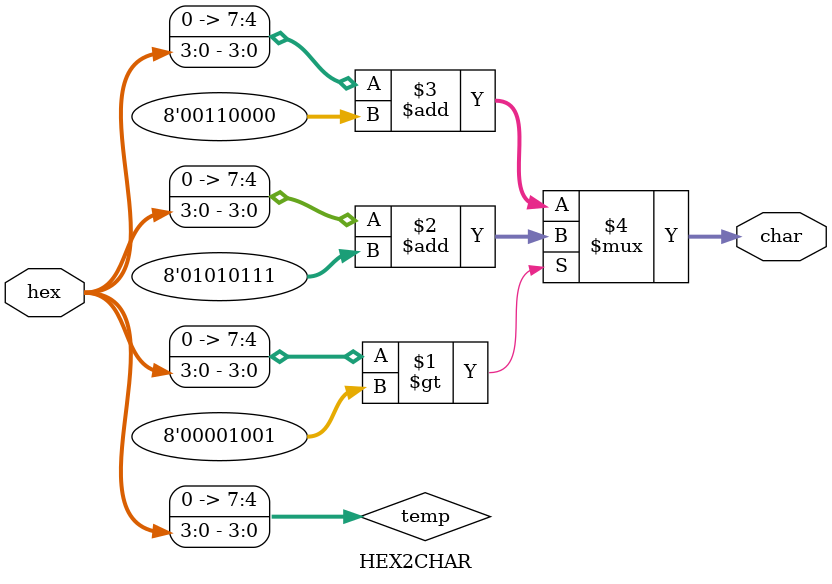
<source format=v>
`timescale  1ns / 1ps
module PRINT(
    input               clk,
    input               rstn,
    input               rdy_tx,
    output  reg [7:0]   d_tx,
    output  reg         vld_tx,
    
    input   [31:0]      dout_tx,    // cpu发来的数据
                                    // 为字节时前八位有效
    input               type_tx,
    input               newline,
    input               req_tx,
    output  reg         ack_tx
);
parameter   WAIT    =   3'H0,
            WAITTX  =   3'H1,
            CNT     =   3'H2,
            SEND    =   3'H3,
            ACK     =   3'H4,
            SENDR   =   3'H5,
            SENDN   =   3'H6;
parameter   LINE    =   8'h5f;      // _
reg [2:0]   cs,ns;
reg [3:0]   cnt;
reg [3:0]   hex;
wire    [7:0]   temp_d_tx;
HEX2CHAR hex2char(
    .hex(hex),
    .char(temp_d_tx)
);

// d_tx的赋值
always @(*) begin
    if(newline)
        case(cs)
            SENDR:  d_tx=8'h0d;
            SENDN:  d_tx=8'h0a;
            default: d_tx=8'h00;
        endcase
    else if(type_tx)
        d_tx=(cs==SEND&&cnt==4'h4)?LINE:temp_d_tx;
    else
        d_tx=dout_tx[7:0];
end

// time
always @(posedge clk,negedge rstn) begin
    if(!rstn)
        cs<=WAIT;
    else    begin
        cs<=ns;
        cnt<=(cs==CNT)?(cnt-1):(cs==WAIT)?9:cnt;
    end
end

// logic
always @(*) begin
    case(cs)
        WAIT:
            if(req_tx)
                ns=WAITTX;
            else
                ns=WAIT;
        WAITTX:
            if(!rdy_tx)
                ns=WAITTX;
            else if(newline)
                ns=SENDR;
            else if(!type_tx)  // 字节
                ns=SEND;
            else
                ns=CNT;
        CNT:
            ns=SEND;
        SEND:
            if(!rdy_tx)
                ns=SEND;
            else if(|cnt&&type_tx)
                ns=WAITTX;
            else
                ns=ACK;
        SENDR:
            ns=(rdy_tx)?SENDN:SENDR;
        SENDN:
            ns=(rdy_tx)?ACK:SENDN;
        ACK:
            ns=WAIT;
        default:
            ns=WAIT;
    endcase
    // req与ack在组合中
    ack_tx<=(cs==ACK)?1:0;
    vld_tx<=(cs==WAITTX)?1:0;
end
// output
always @(*) begin
    // 输出信息
    // 注意发送时先输出高位
    if(newline||(!type_tx))
        hex=4'h0;
    else if(cs==SEND) begin
        case(cnt)
            4'h0:   hex=dout_tx[3:0];
            4'h1:   hex=dout_tx[7:4];
            4'h2:   hex=dout_tx[11:8];
            4'h3:   hex=dout_tx[15:12];
            4'h4:   hex=4'h0;
            4'h5:   hex=dout_tx[19:16];
            4'h6:   hex=dout_tx[23:20];
            4'h7:   hex=dout_tx[27:24];
            4'h8:   hex=dout_tx[31:28];
            default: hex=dout_tx[31:28];
        endcase
    end
    // 5/18
    else hex=4'h0;
end
endmodule

module HEX2CHAR(
    input   [3:0]   hex,
    output  [7:0]   char
);
wire    [7:0]   temp;
assign  temp={4'h0,hex};
assign  char=(temp>8'h09)?temp+8'h57:temp+8'h30;
endmodule
</source>
